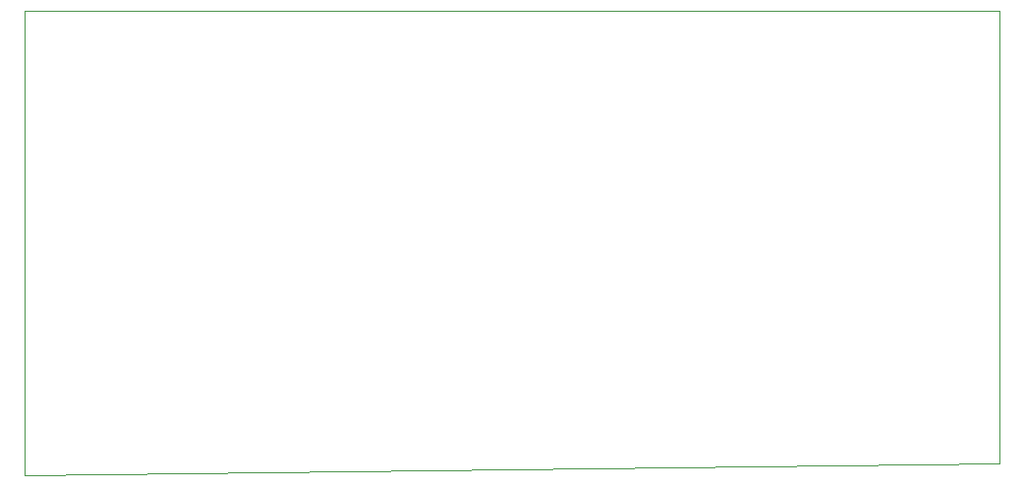
<source format=gm1>
G04 #@! TF.GenerationSoftware,KiCad,Pcbnew,(5.1.5)-3*
G04 #@! TF.CreationDate,2019-12-22T13:16:54-05:00*
G04 #@! TF.ProjectId,557_circuit,3535375f-6369-4726-9375-69742e6b6963,rev?*
G04 #@! TF.SameCoordinates,Original*
G04 #@! TF.FileFunction,Profile,NP*
%FSLAX46Y46*%
G04 Gerber Fmt 4.6, Leading zero omitted, Abs format (unit mm)*
G04 Created by KiCad (PCBNEW (5.1.5)-3) date 2019-12-22 13:16:54*
%MOMM*%
%LPD*%
G04 APERTURE LIST*
%ADD10C,0.050000*%
G04 APERTURE END LIST*
D10*
X98000000Y-61000000D02*
X14000000Y-62000000D01*
X98000000Y-22000000D02*
X98000000Y-61000000D01*
X14000000Y-22000000D02*
X98000000Y-22000000D01*
X14000000Y-62000000D02*
X14000000Y-22000000D01*
M02*

</source>
